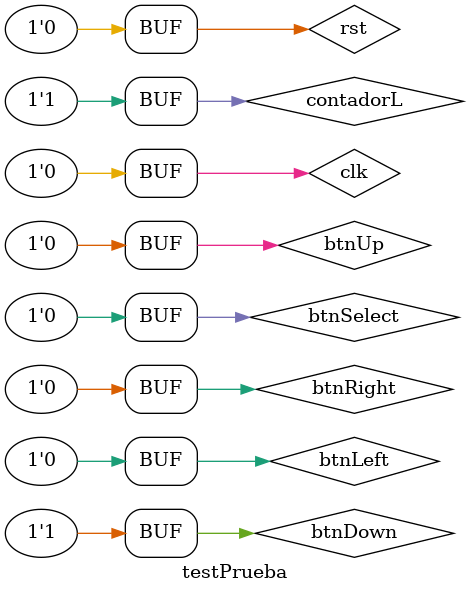
<source format=sv>
module testPrueba();

	
	logic clk;
	logic rst;
	logic [2:0] x;
	logic btnLeft;
	logic btnUp;
	logic btnDown;
	logic btnRight;
	logic contadorL;
	logic btnSelect;
	
	
	controlesJuego controlesJuegoTest(rst, clk, btnLeft, btnRight, btnUp, btnDown,btnSelect, contadorL, x);
	
	initial begin
		clk = 1; rst = 0; btnLeft = 0;  btnRight = 0;  btnUp = 0;  btnDown = 1;  contadorL = 1;btnSelect=0;#10;
		clk = 0; rst = 0; btnLeft = 0;  btnRight = 0;  btnUp = 0;  btnDown = 1;  contadorL = 1;btnSelect=0;#10;
		clk = 1; rst = 0; btnLeft = 0;  btnRight = 1;  btnUp = 0;  btnDown = 0;  contadorL = 1;btnSelect=1;#10;
		clk = 0; rst = 0; btnLeft = 0;  btnRight = 0;  btnUp = 1;  btnDown = 0;  contadorL = 1;btnSelect=0;#10;
		clk = 1; rst = 0; btnLeft = 0;  btnRight = 1;  btnUp = 0;  btnDown = 0;  contadorL = 1;btnSelect=0;#10;
		clk = 0; rst = 0; btnLeft = 0;  btnRight = 0;  btnUp = 0;  btnDown = 1;  contadorL = 1;btnSelect=0;#10;
		clk = 1; rst = 0; btnLeft = 0;  btnRight = 1;  btnUp = 0;  btnDown = 0;  contadorL = 1;btnSelect=1;#10;
		clk = 0; rst = 0; btnLeft = 0;  btnRight = 0;  btnUp = 0;  btnDown = 1;  contadorL = 1;btnSelect=0;#10;
		clk = 1; rst = 0; btnLeft = 0;  btnRight = 1;  btnUp = 0;  btnDown = 0;  contadorL = 1;btnSelect=0;#10;
		clk = 0; rst = 0; btnLeft = 1;  btnRight = 0;  btnUp = 0;  btnDown = 0;  contadorL = 1;btnSelect=0;#10;
		clk = 1; rst = 0; btnLeft = 0;  btnRight = 0;  btnUp = 1;  btnDown = 0;  contadorL = 1;btnSelect=1;#10;
		clk = 0; rst = 0; btnLeft = 0;  btnRight = 0;  btnUp = 0;  btnDown = 1;  contadorL = 1;btnSelect=0;#10;
	
	end
	

endmodule
</source>
